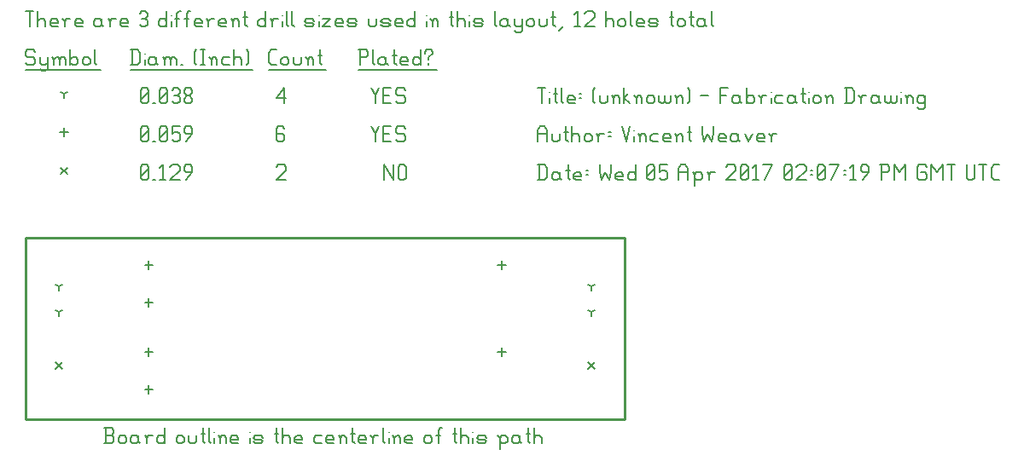
<source format=gbr>
G04 start of page 11 for group -3984 idx -3984 *
G04 Title: (unknown), fab *
G04 Creator: pcb 20140316 *
G04 CreationDate: Wed 05 Apr 2017 02:07:19 PM GMT UTC *
G04 For: vince *
G04 Format: Gerber/RS-274X *
G04 PCB-Dimensions (mil): 2340.00 710.00 *
G04 PCB-Coordinate-Origin: lower left *
%MOIN*%
%FSLAX25Y25*%
%LNFAB*%
%ADD41C,0.0100*%
%ADD40C,0.0075*%
%ADD39C,0.0060*%
%ADD38C,0.0080*%
G54D38*X11800Y22200D02*X14200Y19800D01*
X11800D02*X14200Y22200D01*
X219800D02*X222200Y19800D01*
X219800D02*X222200Y22200D01*
X13800Y98450D02*X16200Y96050D01*
X13800D02*X16200Y98450D01*
G54D39*X140000Y99500D02*Y93500D01*
Y99500D02*X143750Y93500D01*
Y99500D02*Y93500D01*
X145550Y98750D02*Y94250D01*
Y98750D02*X146300Y99500D01*
X147800D01*
X148550Y98750D01*
Y94250D01*
X147800Y93500D02*X148550Y94250D01*
X146300Y93500D02*X147800D01*
X145550Y94250D02*X146300Y93500D01*
X98000Y98750D02*X98750Y99500D01*
X101000D01*
X101750Y98750D01*
Y97250D01*
X98000Y93500D02*X101750Y97250D01*
X98000Y93500D02*X101750D01*
X45000Y94250D02*X45750Y93500D01*
X45000Y98750D02*Y94250D01*
Y98750D02*X45750Y99500D01*
X47250D01*
X48000Y98750D01*
Y94250D01*
X47250Y93500D02*X48000Y94250D01*
X45750Y93500D02*X47250D01*
X45000Y95000D02*X48000Y98000D01*
X49800Y93500D02*X50550D01*
X52350Y98300D02*X53550Y99500D01*
Y93500D01*
X52350D02*X54600D01*
X56400Y98750D02*X57150Y99500D01*
X59400D01*
X60150Y98750D01*
Y97250D01*
X56400Y93500D02*X60150Y97250D01*
X56400Y93500D02*X60150D01*
X62700D02*X64950Y96500D01*
Y98750D02*Y96500D01*
X64200Y99500D02*X64950Y98750D01*
X62700Y99500D02*X64200D01*
X61950Y98750D02*X62700Y99500D01*
X61950Y98750D02*Y97250D01*
X62700Y96500D01*
X64950D01*
X48102Y47218D02*Y44018D01*
X46502Y45618D02*X49702D01*
X48102Y61982D02*Y58782D01*
X46502Y60382D02*X49702D01*
X185898Y61982D02*Y58782D01*
X184298Y60382D02*X187498D01*
X48102Y13218D02*Y10018D01*
X46502Y11618D02*X49702D01*
X48102Y27982D02*Y24782D01*
X46502Y26382D02*X49702D01*
X185898Y27982D02*Y24782D01*
X184298Y26382D02*X187498D01*
X15000Y113850D02*Y110650D01*
X13400Y112250D02*X16600D01*
X135000Y114500D02*X136500Y111500D01*
X138000Y114500D01*
X136500Y111500D02*Y108500D01*
X139800Y111800D02*X142050D01*
X139800Y108500D02*X142800D01*
X139800Y114500D02*Y108500D01*
Y114500D02*X142800D01*
X147600D02*X148350Y113750D01*
X145350Y114500D02*X147600D01*
X144600Y113750D02*X145350Y114500D01*
X144600Y113750D02*Y112250D01*
X145350Y111500D01*
X147600D01*
X148350Y110750D01*
Y109250D01*
X147600Y108500D02*X148350Y109250D01*
X145350Y108500D02*X147600D01*
X144600Y109250D02*X145350Y108500D01*
X100250Y114500D02*X101000Y113750D01*
X98750Y114500D02*X100250D01*
X98000Y113750D02*X98750Y114500D01*
X98000Y113750D02*Y109250D01*
X98750Y108500D01*
X100250Y111800D02*X101000Y111050D01*
X98000Y111800D02*X100250D01*
X98750Y108500D02*X100250D01*
X101000Y109250D01*
Y111050D02*Y109250D01*
X45000D02*X45750Y108500D01*
X45000Y113750D02*Y109250D01*
Y113750D02*X45750Y114500D01*
X47250D01*
X48000Y113750D01*
Y109250D01*
X47250Y108500D02*X48000Y109250D01*
X45750Y108500D02*X47250D01*
X45000Y110000D02*X48000Y113000D01*
X49800Y108500D02*X50550D01*
X52350Y109250D02*X53100Y108500D01*
X52350Y113750D02*Y109250D01*
Y113750D02*X53100Y114500D01*
X54600D01*
X55350Y113750D01*
Y109250D01*
X54600Y108500D02*X55350Y109250D01*
X53100Y108500D02*X54600D01*
X52350Y110000D02*X55350Y113000D01*
X57150Y114500D02*X60150D01*
X57150D02*Y111500D01*
X57900Y112250D01*
X59400D01*
X60150Y111500D01*
Y109250D01*
X59400Y108500D02*X60150Y109250D01*
X57900Y108500D02*X59400D01*
X57150Y109250D02*X57900Y108500D01*
X62700D02*X64950Y111500D01*
Y113750D02*Y111500D01*
X64200Y114500D02*X64950Y113750D01*
X62700Y114500D02*X64200D01*
X61950Y113750D02*X62700Y114500D01*
X61950Y113750D02*Y112250D01*
X62700Y111500D01*
X64950D01*
X13000Y52000D02*Y50400D01*
Y52000D02*X14387Y52800D01*
X13000Y52000D02*X11613Y52800D01*
X13000Y42000D02*Y40400D01*
Y42000D02*X14387Y42800D01*
X13000Y42000D02*X11613Y42800D01*
X221000Y52000D02*Y50400D01*
Y52000D02*X222387Y52800D01*
X221000Y52000D02*X219613Y52800D01*
X221000Y42000D02*Y40400D01*
Y42000D02*X222387Y42800D01*
X221000Y42000D02*X219613Y42800D01*
X15000Y127250D02*Y125650D01*
Y127250D02*X16387Y128050D01*
X15000Y127250D02*X13613Y128050D01*
X135000Y129500D02*X136500Y126500D01*
X138000Y129500D01*
X136500Y126500D02*Y123500D01*
X139800Y126800D02*X142050D01*
X139800Y123500D02*X142800D01*
X139800Y129500D02*Y123500D01*
Y129500D02*X142800D01*
X147600D02*X148350Y128750D01*
X145350Y129500D02*X147600D01*
X144600Y128750D02*X145350Y129500D01*
X144600Y128750D02*Y127250D01*
X145350Y126500D01*
X147600D01*
X148350Y125750D01*
Y124250D01*
X147600Y123500D02*X148350Y124250D01*
X145350Y123500D02*X147600D01*
X144600Y124250D02*X145350Y123500D01*
X98000Y125750D02*X101000Y129500D01*
X98000Y125750D02*X101750D01*
X101000Y129500D02*Y123500D01*
X45000Y124250D02*X45750Y123500D01*
X45000Y128750D02*Y124250D01*
Y128750D02*X45750Y129500D01*
X47250D01*
X48000Y128750D01*
Y124250D01*
X47250Y123500D02*X48000Y124250D01*
X45750Y123500D02*X47250D01*
X45000Y125000D02*X48000Y128000D01*
X49800Y123500D02*X50550D01*
X52350Y124250D02*X53100Y123500D01*
X52350Y128750D02*Y124250D01*
Y128750D02*X53100Y129500D01*
X54600D01*
X55350Y128750D01*
Y124250D01*
X54600Y123500D02*X55350Y124250D01*
X53100Y123500D02*X54600D01*
X52350Y125000D02*X55350Y128000D01*
X57150Y128750D02*X57900Y129500D01*
X59400D01*
X60150Y128750D01*
X59400Y123500D02*X60150Y124250D01*
X57900Y123500D02*X59400D01*
X57150Y124250D02*X57900Y123500D01*
Y126800D02*X59400D01*
X60150Y128750D02*Y127550D01*
Y126050D02*Y124250D01*
Y126050D02*X59400Y126800D01*
X60150Y127550D02*X59400Y126800D01*
X61950Y124250D02*X62700Y123500D01*
X61950Y125450D02*Y124250D01*
Y125450D02*X63000Y126500D01*
X63900D01*
X64950Y125450D01*
Y124250D01*
X64200Y123500D02*X64950Y124250D01*
X62700Y123500D02*X64200D01*
X61950Y127550D02*X63000Y126500D01*
X61950Y128750D02*Y127550D01*
Y128750D02*X62700Y129500D01*
X64200D01*
X64950Y128750D01*
Y127550D01*
X63900Y126500D02*X64950Y127550D01*
X3000Y144500D02*X3750Y143750D01*
X750Y144500D02*X3000D01*
X0Y143750D02*X750Y144500D01*
X0Y143750D02*Y142250D01*
X750Y141500D01*
X3000D01*
X3750Y140750D01*
Y139250D01*
X3000Y138500D02*X3750Y139250D01*
X750Y138500D02*X3000D01*
X0Y139250D02*X750Y138500D01*
X5550Y141500D02*Y139250D01*
X6300Y138500D01*
X8550Y141500D02*Y137000D01*
X7800Y136250D02*X8550Y137000D01*
X6300Y136250D02*X7800D01*
X5550Y137000D02*X6300Y136250D01*
Y138500D02*X7800D01*
X8550Y139250D01*
X11100Y140750D02*Y138500D01*
Y140750D02*X11850Y141500D01*
X12600D01*
X13350Y140750D01*
Y138500D01*
Y140750D02*X14100Y141500D01*
X14850D01*
X15600Y140750D01*
Y138500D01*
X10350Y141500D02*X11100Y140750D01*
X17400Y144500D02*Y138500D01*
Y139250D02*X18150Y138500D01*
X19650D01*
X20400Y139250D01*
Y140750D02*Y139250D01*
X19650Y141500D02*X20400Y140750D01*
X18150Y141500D02*X19650D01*
X17400Y140750D02*X18150Y141500D01*
X22200Y140750D02*Y139250D01*
Y140750D02*X22950Y141500D01*
X24450D01*
X25200Y140750D01*
Y139250D01*
X24450Y138500D02*X25200Y139250D01*
X22950Y138500D02*X24450D01*
X22200Y139250D02*X22950Y138500D01*
X27000Y144500D02*Y139250D01*
X27750Y138500D01*
X0Y136750D02*X29250D01*
X41750Y144500D02*Y138500D01*
X43700Y144500D02*X44750Y143450D01*
Y139550D01*
X43700Y138500D02*X44750Y139550D01*
X41000Y138500D02*X43700D01*
X41000Y144500D02*X43700D01*
G54D40*X46550Y143000D02*Y142850D01*
G54D39*Y140750D02*Y138500D01*
X50300Y141500D02*X51050Y140750D01*
X48800Y141500D02*X50300D01*
X48050Y140750D02*X48800Y141500D01*
X48050Y140750D02*Y139250D01*
X48800Y138500D01*
X51050Y141500D02*Y139250D01*
X51800Y138500D01*
X48800D02*X50300D01*
X51050Y139250D01*
X54350Y140750D02*Y138500D01*
Y140750D02*X55100Y141500D01*
X55850D01*
X56600Y140750D01*
Y138500D01*
Y140750D02*X57350Y141500D01*
X58100D01*
X58850Y140750D01*
Y138500D01*
X53600Y141500D02*X54350Y140750D01*
X60650Y138500D02*X61400D01*
X65900Y139250D02*X66650Y138500D01*
X65900Y143750D02*X66650Y144500D01*
X65900Y143750D02*Y139250D01*
X68450Y144500D02*X69950D01*
X69200D02*Y138500D01*
X68450D02*X69950D01*
X72500Y140750D02*Y138500D01*
Y140750D02*X73250Y141500D01*
X74000D01*
X74750Y140750D01*
Y138500D01*
X71750Y141500D02*X72500Y140750D01*
X77300Y141500D02*X79550D01*
X76550Y140750D02*X77300Y141500D01*
X76550Y140750D02*Y139250D01*
X77300Y138500D01*
X79550D01*
X81350Y144500D02*Y138500D01*
Y140750D02*X82100Y141500D01*
X83600D01*
X84350Y140750D01*
Y138500D01*
X86150Y144500D02*X86900Y143750D01*
Y139250D01*
X86150Y138500D02*X86900Y139250D01*
X41000Y136750D02*X88700D01*
X96050Y138500D02*X98000D01*
X95000Y139550D02*X96050Y138500D01*
X95000Y143450D02*Y139550D01*
Y143450D02*X96050Y144500D01*
X98000D01*
X99800Y140750D02*Y139250D01*
Y140750D02*X100550Y141500D01*
X102050D01*
X102800Y140750D01*
Y139250D01*
X102050Y138500D02*X102800Y139250D01*
X100550Y138500D02*X102050D01*
X99800Y139250D02*X100550Y138500D01*
X104600Y141500D02*Y139250D01*
X105350Y138500D01*
X106850D01*
X107600Y139250D01*
Y141500D02*Y139250D01*
X110150Y140750D02*Y138500D01*
Y140750D02*X110900Y141500D01*
X111650D01*
X112400Y140750D01*
Y138500D01*
X109400Y141500D02*X110150Y140750D01*
X114950Y144500D02*Y139250D01*
X115700Y138500D01*
X114200Y142250D02*X115700D01*
X95000Y136750D02*X117200D01*
X130750Y144500D02*Y138500D01*
X130000Y144500D02*X133000D01*
X133750Y143750D01*
Y142250D01*
X133000Y141500D02*X133750Y142250D01*
X130750Y141500D02*X133000D01*
X135550Y144500D02*Y139250D01*
X136300Y138500D01*
X140050Y141500D02*X140800Y140750D01*
X138550Y141500D02*X140050D01*
X137800Y140750D02*X138550Y141500D01*
X137800Y140750D02*Y139250D01*
X138550Y138500D01*
X140800Y141500D02*Y139250D01*
X141550Y138500D01*
X138550D02*X140050D01*
X140800Y139250D01*
X144100Y144500D02*Y139250D01*
X144850Y138500D01*
X143350Y142250D02*X144850D01*
X147100Y138500D02*X149350D01*
X146350Y139250D02*X147100Y138500D01*
X146350Y140750D02*Y139250D01*
Y140750D02*X147100Y141500D01*
X148600D01*
X149350Y140750D01*
X146350Y140000D02*X149350D01*
Y140750D02*Y140000D01*
X154150Y144500D02*Y138500D01*
X153400D02*X154150Y139250D01*
X151900Y138500D02*X153400D01*
X151150Y139250D02*X151900Y138500D01*
X151150Y140750D02*Y139250D01*
Y140750D02*X151900Y141500D01*
X153400D01*
X154150Y140750D01*
X157450Y141500D02*Y140750D01*
Y139250D02*Y138500D01*
X155950Y143750D02*Y143000D01*
Y143750D02*X156700Y144500D01*
X158200D01*
X158950Y143750D01*
Y143000D01*
X157450Y141500D02*X158950Y143000D01*
X130000Y136750D02*X160750D01*
X0Y159500D02*X3000D01*
X1500D02*Y153500D01*
X4800Y159500D02*Y153500D01*
Y155750D02*X5550Y156500D01*
X7050D01*
X7800Y155750D01*
Y153500D01*
X10350D02*X12600D01*
X9600Y154250D02*X10350Y153500D01*
X9600Y155750D02*Y154250D01*
Y155750D02*X10350Y156500D01*
X11850D01*
X12600Y155750D01*
X9600Y155000D02*X12600D01*
Y155750D02*Y155000D01*
X15150Y155750D02*Y153500D01*
Y155750D02*X15900Y156500D01*
X17400D01*
X14400D02*X15150Y155750D01*
X19950Y153500D02*X22200D01*
X19200Y154250D02*X19950Y153500D01*
X19200Y155750D02*Y154250D01*
Y155750D02*X19950Y156500D01*
X21450D01*
X22200Y155750D01*
X19200Y155000D02*X22200D01*
Y155750D02*Y155000D01*
X28950Y156500D02*X29700Y155750D01*
X27450Y156500D02*X28950D01*
X26700Y155750D02*X27450Y156500D01*
X26700Y155750D02*Y154250D01*
X27450Y153500D01*
X29700Y156500D02*Y154250D01*
X30450Y153500D01*
X27450D02*X28950D01*
X29700Y154250D01*
X33000Y155750D02*Y153500D01*
Y155750D02*X33750Y156500D01*
X35250D01*
X32250D02*X33000Y155750D01*
X37800Y153500D02*X40050D01*
X37050Y154250D02*X37800Y153500D01*
X37050Y155750D02*Y154250D01*
Y155750D02*X37800Y156500D01*
X39300D01*
X40050Y155750D01*
X37050Y155000D02*X40050D01*
Y155750D02*Y155000D01*
X44550Y158750D02*X45300Y159500D01*
X46800D01*
X47550Y158750D01*
X46800Y153500D02*X47550Y154250D01*
X45300Y153500D02*X46800D01*
X44550Y154250D02*X45300Y153500D01*
Y156800D02*X46800D01*
X47550Y158750D02*Y157550D01*
Y156050D02*Y154250D01*
Y156050D02*X46800Y156800D01*
X47550Y157550D02*X46800Y156800D01*
X55050Y159500D02*Y153500D01*
X54300D02*X55050Y154250D01*
X52800Y153500D02*X54300D01*
X52050Y154250D02*X52800Y153500D01*
X52050Y155750D02*Y154250D01*
Y155750D02*X52800Y156500D01*
X54300D01*
X55050Y155750D01*
G54D40*X56850Y158000D02*Y157850D01*
G54D39*Y155750D02*Y153500D01*
X59100Y158750D02*Y153500D01*
Y158750D02*X59850Y159500D01*
X60600D01*
X58350Y156500D02*X59850D01*
X62850Y158750D02*Y153500D01*
Y158750D02*X63600Y159500D01*
X64350D01*
X62100Y156500D02*X63600D01*
X66600Y153500D02*X68850D01*
X65850Y154250D02*X66600Y153500D01*
X65850Y155750D02*Y154250D01*
Y155750D02*X66600Y156500D01*
X68100D01*
X68850Y155750D01*
X65850Y155000D02*X68850D01*
Y155750D02*Y155000D01*
X71400Y155750D02*Y153500D01*
Y155750D02*X72150Y156500D01*
X73650D01*
X70650D02*X71400Y155750D01*
X76200Y153500D02*X78450D01*
X75450Y154250D02*X76200Y153500D01*
X75450Y155750D02*Y154250D01*
Y155750D02*X76200Y156500D01*
X77700D01*
X78450Y155750D01*
X75450Y155000D02*X78450D01*
Y155750D02*Y155000D01*
X81000Y155750D02*Y153500D01*
Y155750D02*X81750Y156500D01*
X82500D01*
X83250Y155750D01*
Y153500D01*
X80250Y156500D02*X81000Y155750D01*
X85800Y159500D02*Y154250D01*
X86550Y153500D01*
X85050Y157250D02*X86550D01*
X93750Y159500D02*Y153500D01*
X93000D02*X93750Y154250D01*
X91500Y153500D02*X93000D01*
X90750Y154250D02*X91500Y153500D01*
X90750Y155750D02*Y154250D01*
Y155750D02*X91500Y156500D01*
X93000D01*
X93750Y155750D01*
X96300D02*Y153500D01*
Y155750D02*X97050Y156500D01*
X98550D01*
X95550D02*X96300Y155750D01*
G54D40*X100350Y158000D02*Y157850D01*
G54D39*Y155750D02*Y153500D01*
X101850Y159500D02*Y154250D01*
X102600Y153500D01*
X104100Y159500D02*Y154250D01*
X104850Y153500D01*
X109800D02*X112050D01*
X112800Y154250D01*
X112050Y155000D02*X112800Y154250D01*
X109800Y155000D02*X112050D01*
X109050Y155750D02*X109800Y155000D01*
X109050Y155750D02*X109800Y156500D01*
X112050D01*
X112800Y155750D01*
X109050Y154250D02*X109800Y153500D01*
G54D40*X114600Y158000D02*Y157850D01*
G54D39*Y155750D02*Y153500D01*
X116100Y156500D02*X119100D01*
X116100Y153500D02*X119100Y156500D01*
X116100Y153500D02*X119100D01*
X121650D02*X123900D01*
X120900Y154250D02*X121650Y153500D01*
X120900Y155750D02*Y154250D01*
Y155750D02*X121650Y156500D01*
X123150D01*
X123900Y155750D01*
X120900Y155000D02*X123900D01*
Y155750D02*Y155000D01*
X126450Y153500D02*X128700D01*
X129450Y154250D01*
X128700Y155000D02*X129450Y154250D01*
X126450Y155000D02*X128700D01*
X125700Y155750D02*X126450Y155000D01*
X125700Y155750D02*X126450Y156500D01*
X128700D01*
X129450Y155750D01*
X125700Y154250D02*X126450Y153500D01*
X133950Y156500D02*Y154250D01*
X134700Y153500D01*
X136200D01*
X136950Y154250D01*
Y156500D02*Y154250D01*
X139500Y153500D02*X141750D01*
X142500Y154250D01*
X141750Y155000D02*X142500Y154250D01*
X139500Y155000D02*X141750D01*
X138750Y155750D02*X139500Y155000D01*
X138750Y155750D02*X139500Y156500D01*
X141750D01*
X142500Y155750D01*
X138750Y154250D02*X139500Y153500D01*
X145050D02*X147300D01*
X144300Y154250D02*X145050Y153500D01*
X144300Y155750D02*Y154250D01*
Y155750D02*X145050Y156500D01*
X146550D01*
X147300Y155750D01*
X144300Y155000D02*X147300D01*
Y155750D02*Y155000D01*
X152100Y159500D02*Y153500D01*
X151350D02*X152100Y154250D01*
X149850Y153500D02*X151350D01*
X149100Y154250D02*X149850Y153500D01*
X149100Y155750D02*Y154250D01*
Y155750D02*X149850Y156500D01*
X151350D01*
X152100Y155750D01*
G54D40*X156600Y158000D02*Y157850D01*
G54D39*Y155750D02*Y153500D01*
X158850Y155750D02*Y153500D01*
Y155750D02*X159600Y156500D01*
X160350D01*
X161100Y155750D01*
Y153500D01*
X158100Y156500D02*X158850Y155750D01*
X166350Y159500D02*Y154250D01*
X167100Y153500D01*
X165600Y157250D02*X167100D01*
X168600Y159500D02*Y153500D01*
Y155750D02*X169350Y156500D01*
X170850D01*
X171600Y155750D01*
Y153500D01*
G54D40*X173400Y158000D02*Y157850D01*
G54D39*Y155750D02*Y153500D01*
X175650D02*X177900D01*
X178650Y154250D01*
X177900Y155000D02*X178650Y154250D01*
X175650Y155000D02*X177900D01*
X174900Y155750D02*X175650Y155000D01*
X174900Y155750D02*X175650Y156500D01*
X177900D01*
X178650Y155750D01*
X174900Y154250D02*X175650Y153500D01*
X183150Y159500D02*Y154250D01*
X183900Y153500D01*
X187650Y156500D02*X188400Y155750D01*
X186150Y156500D02*X187650D01*
X185400Y155750D02*X186150Y156500D01*
X185400Y155750D02*Y154250D01*
X186150Y153500D01*
X188400Y156500D02*Y154250D01*
X189150Y153500D01*
X186150D02*X187650D01*
X188400Y154250D01*
X190950Y156500D02*Y154250D01*
X191700Y153500D01*
X193950Y156500D02*Y152000D01*
X193200Y151250D02*X193950Y152000D01*
X191700Y151250D02*X193200D01*
X190950Y152000D02*X191700Y151250D01*
Y153500D02*X193200D01*
X193950Y154250D01*
X195750Y155750D02*Y154250D01*
Y155750D02*X196500Y156500D01*
X198000D01*
X198750Y155750D01*
Y154250D01*
X198000Y153500D02*X198750Y154250D01*
X196500Y153500D02*X198000D01*
X195750Y154250D02*X196500Y153500D01*
X200550Y156500D02*Y154250D01*
X201300Y153500D01*
X202800D01*
X203550Y154250D01*
Y156500D02*Y154250D01*
X206100Y159500D02*Y154250D01*
X206850Y153500D01*
X205350Y157250D02*X206850D01*
X208350Y152000D02*X209850Y153500D01*
X214350Y158300D02*X215550Y159500D01*
Y153500D01*
X214350D02*X216600D01*
X218400Y158750D02*X219150Y159500D01*
X221400D01*
X222150Y158750D01*
Y157250D01*
X218400Y153500D02*X222150Y157250D01*
X218400Y153500D02*X222150D01*
X226650Y159500D02*Y153500D01*
Y155750D02*X227400Y156500D01*
X228900D01*
X229650Y155750D01*
Y153500D01*
X231450Y155750D02*Y154250D01*
Y155750D02*X232200Y156500D01*
X233700D01*
X234450Y155750D01*
Y154250D01*
X233700Y153500D02*X234450Y154250D01*
X232200Y153500D02*X233700D01*
X231450Y154250D02*X232200Y153500D01*
X236250Y159500D02*Y154250D01*
X237000Y153500D01*
X239250D02*X241500D01*
X238500Y154250D02*X239250Y153500D01*
X238500Y155750D02*Y154250D01*
Y155750D02*X239250Y156500D01*
X240750D01*
X241500Y155750D01*
X238500Y155000D02*X241500D01*
Y155750D02*Y155000D01*
X244050Y153500D02*X246300D01*
X247050Y154250D01*
X246300Y155000D02*X247050Y154250D01*
X244050Y155000D02*X246300D01*
X243300Y155750D02*X244050Y155000D01*
X243300Y155750D02*X244050Y156500D01*
X246300D01*
X247050Y155750D01*
X243300Y154250D02*X244050Y153500D01*
X252300Y159500D02*Y154250D01*
X253050Y153500D01*
X251550Y157250D02*X253050D01*
X254550Y155750D02*Y154250D01*
Y155750D02*X255300Y156500D01*
X256800D01*
X257550Y155750D01*
Y154250D01*
X256800Y153500D02*X257550Y154250D01*
X255300Y153500D02*X256800D01*
X254550Y154250D02*X255300Y153500D01*
X260100Y159500D02*Y154250D01*
X260850Y153500D01*
X259350Y157250D02*X260850D01*
X264600Y156500D02*X265350Y155750D01*
X263100Y156500D02*X264600D01*
X262350Y155750D02*X263100Y156500D01*
X262350Y155750D02*Y154250D01*
X263100Y153500D01*
X265350Y156500D02*Y154250D01*
X266100Y153500D01*
X263100D02*X264600D01*
X265350Y154250D01*
X267900Y159500D02*Y154250D01*
X268650Y153500D01*
G54D41*X0Y0D02*X234000D01*
Y71000D01*
X0D01*
Y0D01*
G54D39*X30675Y-9500D02*X33675D01*
X34425Y-8750D01*
Y-6950D02*Y-8750D01*
X33675Y-6200D02*X34425Y-6950D01*
X31425Y-6200D02*X33675D01*
X31425Y-3500D02*Y-9500D01*
X30675Y-3500D02*X33675D01*
X34425Y-4250D01*
Y-5450D01*
X33675Y-6200D02*X34425Y-5450D01*
X36225Y-7250D02*Y-8750D01*
Y-7250D02*X36975Y-6500D01*
X38475D01*
X39225Y-7250D01*
Y-8750D01*
X38475Y-9500D02*X39225Y-8750D01*
X36975Y-9500D02*X38475D01*
X36225Y-8750D02*X36975Y-9500D01*
X43275Y-6500D02*X44025Y-7250D01*
X41775Y-6500D02*X43275D01*
X41025Y-7250D02*X41775Y-6500D01*
X41025Y-7250D02*Y-8750D01*
X41775Y-9500D01*
X44025Y-6500D02*Y-8750D01*
X44775Y-9500D01*
X41775D02*X43275D01*
X44025Y-8750D01*
X47325Y-7250D02*Y-9500D01*
Y-7250D02*X48075Y-6500D01*
X49575D01*
X46575D02*X47325Y-7250D01*
X54375Y-3500D02*Y-9500D01*
X53625D02*X54375Y-8750D01*
X52125Y-9500D02*X53625D01*
X51375Y-8750D02*X52125Y-9500D01*
X51375Y-7250D02*Y-8750D01*
Y-7250D02*X52125Y-6500D01*
X53625D01*
X54375Y-7250D01*
X58875D02*Y-8750D01*
Y-7250D02*X59625Y-6500D01*
X61125D01*
X61875Y-7250D01*
Y-8750D01*
X61125Y-9500D02*X61875Y-8750D01*
X59625Y-9500D02*X61125D01*
X58875Y-8750D02*X59625Y-9500D01*
X63675Y-6500D02*Y-8750D01*
X64425Y-9500D01*
X65925D01*
X66675Y-8750D01*
Y-6500D02*Y-8750D01*
X69225Y-3500D02*Y-8750D01*
X69975Y-9500D01*
X68475Y-5750D02*X69975D01*
X71475Y-3500D02*Y-8750D01*
X72225Y-9500D01*
G54D40*X73725Y-5000D02*Y-5150D01*
G54D39*Y-7250D02*Y-9500D01*
X75975Y-7250D02*Y-9500D01*
Y-7250D02*X76725Y-6500D01*
X77475D01*
X78225Y-7250D01*
Y-9500D01*
X75225Y-6500D02*X75975Y-7250D01*
X80775Y-9500D02*X83025D01*
X80025Y-8750D02*X80775Y-9500D01*
X80025Y-7250D02*Y-8750D01*
Y-7250D02*X80775Y-6500D01*
X82275D01*
X83025Y-7250D01*
X80025Y-8000D02*X83025D01*
Y-7250D02*Y-8000D01*
G54D40*X87525Y-5000D02*Y-5150D01*
G54D39*Y-7250D02*Y-9500D01*
X89775D02*X92025D01*
X92775Y-8750D01*
X92025Y-8000D02*X92775Y-8750D01*
X89775Y-8000D02*X92025D01*
X89025Y-7250D02*X89775Y-8000D01*
X89025Y-7250D02*X89775Y-6500D01*
X92025D01*
X92775Y-7250D01*
X89025Y-8750D02*X89775Y-9500D01*
X98025Y-3500D02*Y-8750D01*
X98775Y-9500D01*
X97275Y-5750D02*X98775D01*
X100275Y-3500D02*Y-9500D01*
Y-7250D02*X101025Y-6500D01*
X102525D01*
X103275Y-7250D01*
Y-9500D01*
X105825D02*X108075D01*
X105075Y-8750D02*X105825Y-9500D01*
X105075Y-7250D02*Y-8750D01*
Y-7250D02*X105825Y-6500D01*
X107325D01*
X108075Y-7250D01*
X105075Y-8000D02*X108075D01*
Y-7250D02*Y-8000D01*
X113325Y-6500D02*X115575D01*
X112575Y-7250D02*X113325Y-6500D01*
X112575Y-7250D02*Y-8750D01*
X113325Y-9500D01*
X115575D01*
X118125D02*X120375D01*
X117375Y-8750D02*X118125Y-9500D01*
X117375Y-7250D02*Y-8750D01*
Y-7250D02*X118125Y-6500D01*
X119625D01*
X120375Y-7250D01*
X117375Y-8000D02*X120375D01*
Y-7250D02*Y-8000D01*
X122925Y-7250D02*Y-9500D01*
Y-7250D02*X123675Y-6500D01*
X124425D01*
X125175Y-7250D01*
Y-9500D01*
X122175Y-6500D02*X122925Y-7250D01*
X127725Y-3500D02*Y-8750D01*
X128475Y-9500D01*
X126975Y-5750D02*X128475D01*
X130725Y-9500D02*X132975D01*
X129975Y-8750D02*X130725Y-9500D01*
X129975Y-7250D02*Y-8750D01*
Y-7250D02*X130725Y-6500D01*
X132225D01*
X132975Y-7250D01*
X129975Y-8000D02*X132975D01*
Y-7250D02*Y-8000D01*
X135525Y-7250D02*Y-9500D01*
Y-7250D02*X136275Y-6500D01*
X137775D01*
X134775D02*X135525Y-7250D01*
X139575Y-3500D02*Y-8750D01*
X140325Y-9500D01*
G54D40*X141825Y-5000D02*Y-5150D01*
G54D39*Y-7250D02*Y-9500D01*
X144075Y-7250D02*Y-9500D01*
Y-7250D02*X144825Y-6500D01*
X145575D01*
X146325Y-7250D01*
Y-9500D01*
X143325Y-6500D02*X144075Y-7250D01*
X148875Y-9500D02*X151125D01*
X148125Y-8750D02*X148875Y-9500D01*
X148125Y-7250D02*Y-8750D01*
Y-7250D02*X148875Y-6500D01*
X150375D01*
X151125Y-7250D01*
X148125Y-8000D02*X151125D01*
Y-7250D02*Y-8000D01*
X155625Y-7250D02*Y-8750D01*
Y-7250D02*X156375Y-6500D01*
X157875D01*
X158625Y-7250D01*
Y-8750D01*
X157875Y-9500D02*X158625Y-8750D01*
X156375Y-9500D02*X157875D01*
X155625Y-8750D02*X156375Y-9500D01*
X161175Y-4250D02*Y-9500D01*
Y-4250D02*X161925Y-3500D01*
X162675D01*
X160425Y-6500D02*X161925D01*
X167625Y-3500D02*Y-8750D01*
X168375Y-9500D01*
X166875Y-5750D02*X168375D01*
X169875Y-3500D02*Y-9500D01*
Y-7250D02*X170625Y-6500D01*
X172125D01*
X172875Y-7250D01*
Y-9500D01*
G54D40*X174675Y-5000D02*Y-5150D01*
G54D39*Y-7250D02*Y-9500D01*
X176925D02*X179175D01*
X179925Y-8750D01*
X179175Y-8000D02*X179925Y-8750D01*
X176925Y-8000D02*X179175D01*
X176175Y-7250D02*X176925Y-8000D01*
X176175Y-7250D02*X176925Y-6500D01*
X179175D01*
X179925Y-7250D01*
X176175Y-8750D02*X176925Y-9500D01*
X185175Y-7250D02*Y-11750D01*
X184425Y-6500D02*X185175Y-7250D01*
X185925Y-6500D01*
X187425D01*
X188175Y-7250D01*
Y-8750D01*
X187425Y-9500D02*X188175Y-8750D01*
X185925Y-9500D02*X187425D01*
X185175Y-8750D02*X185925Y-9500D01*
X192225Y-6500D02*X192975Y-7250D01*
X190725Y-6500D02*X192225D01*
X189975Y-7250D02*X190725Y-6500D01*
X189975Y-7250D02*Y-8750D01*
X190725Y-9500D01*
X192975Y-6500D02*Y-8750D01*
X193725Y-9500D01*
X190725D02*X192225D01*
X192975Y-8750D01*
X196275Y-3500D02*Y-8750D01*
X197025Y-9500D01*
X195525Y-5750D02*X197025D01*
X198525Y-3500D02*Y-9500D01*
Y-7250D02*X199275Y-6500D01*
X200775D01*
X201525Y-7250D01*
Y-9500D01*
X200750Y99500D02*Y93500D01*
X202700Y99500D02*X203750Y98450D01*
Y94550D01*
X202700Y93500D02*X203750Y94550D01*
X200000Y93500D02*X202700D01*
X200000Y99500D02*X202700D01*
X207800Y96500D02*X208550Y95750D01*
X206300Y96500D02*X207800D01*
X205550Y95750D02*X206300Y96500D01*
X205550Y95750D02*Y94250D01*
X206300Y93500D01*
X208550Y96500D02*Y94250D01*
X209300Y93500D01*
X206300D02*X207800D01*
X208550Y94250D01*
X211850Y99500D02*Y94250D01*
X212600Y93500D01*
X211100Y97250D02*X212600D01*
X214850Y93500D02*X217100D01*
X214100Y94250D02*X214850Y93500D01*
X214100Y95750D02*Y94250D01*
Y95750D02*X214850Y96500D01*
X216350D01*
X217100Y95750D01*
X214100Y95000D02*X217100D01*
Y95750D02*Y95000D01*
X218900Y97250D02*X219650D01*
X218900Y95750D02*X219650D01*
X224150Y99500D02*Y96500D01*
X224900Y93500D01*
X226400Y96500D01*
X227900Y93500D01*
X228650Y96500D01*
Y99500D02*Y96500D01*
X231200Y93500D02*X233450D01*
X230450Y94250D02*X231200Y93500D01*
X230450Y95750D02*Y94250D01*
Y95750D02*X231200Y96500D01*
X232700D01*
X233450Y95750D01*
X230450Y95000D02*X233450D01*
Y95750D02*Y95000D01*
X238250Y99500D02*Y93500D01*
X237500D02*X238250Y94250D01*
X236000Y93500D02*X237500D01*
X235250Y94250D02*X236000Y93500D01*
X235250Y95750D02*Y94250D01*
Y95750D02*X236000Y96500D01*
X237500D01*
X238250Y95750D01*
X242750Y94250D02*X243500Y93500D01*
X242750Y98750D02*Y94250D01*
Y98750D02*X243500Y99500D01*
X245000D01*
X245750Y98750D01*
Y94250D01*
X245000Y93500D02*X245750Y94250D01*
X243500Y93500D02*X245000D01*
X242750Y95000D02*X245750Y98000D01*
X247550Y99500D02*X250550D01*
X247550D02*Y96500D01*
X248300Y97250D01*
X249800D01*
X250550Y96500D01*
Y94250D01*
X249800Y93500D02*X250550Y94250D01*
X248300Y93500D02*X249800D01*
X247550Y94250D02*X248300Y93500D01*
X255050Y98000D02*Y93500D01*
Y98000D02*X256100Y99500D01*
X257750D01*
X258800Y98000D01*
Y93500D01*
X255050Y96500D02*X258800D01*
X261350Y95750D02*Y91250D01*
X260600Y96500D02*X261350Y95750D01*
X262100Y96500D01*
X263600D01*
X264350Y95750D01*
Y94250D01*
X263600Y93500D02*X264350Y94250D01*
X262100Y93500D02*X263600D01*
X261350Y94250D02*X262100Y93500D01*
X266900Y95750D02*Y93500D01*
Y95750D02*X267650Y96500D01*
X269150D01*
X266150D02*X266900Y95750D01*
X273650Y98750D02*X274400Y99500D01*
X276650D01*
X277400Y98750D01*
Y97250D01*
X273650Y93500D02*X277400Y97250D01*
X273650Y93500D02*X277400D01*
X279200Y94250D02*X279950Y93500D01*
X279200Y98750D02*Y94250D01*
Y98750D02*X279950Y99500D01*
X281450D01*
X282200Y98750D01*
Y94250D01*
X281450Y93500D02*X282200Y94250D01*
X279950Y93500D02*X281450D01*
X279200Y95000D02*X282200Y98000D01*
X284000Y98300D02*X285200Y99500D01*
Y93500D01*
X284000D02*X286250D01*
X288800D02*X291800Y99500D01*
X288050D02*X291800D01*
X296300Y94250D02*X297050Y93500D01*
X296300Y98750D02*Y94250D01*
Y98750D02*X297050Y99500D01*
X298550D01*
X299300Y98750D01*
Y94250D01*
X298550Y93500D02*X299300Y94250D01*
X297050Y93500D02*X298550D01*
X296300Y95000D02*X299300Y98000D01*
X301100Y98750D02*X301850Y99500D01*
X304100D01*
X304850Y98750D01*
Y97250D01*
X301100Y93500D02*X304850Y97250D01*
X301100Y93500D02*X304850D01*
X306650Y97250D02*X307400D01*
X306650Y95750D02*X307400D01*
X309200Y94250D02*X309950Y93500D01*
X309200Y98750D02*Y94250D01*
Y98750D02*X309950Y99500D01*
X311450D01*
X312200Y98750D01*
Y94250D01*
X311450Y93500D02*X312200Y94250D01*
X309950Y93500D02*X311450D01*
X309200Y95000D02*X312200Y98000D01*
X314750Y93500D02*X317750Y99500D01*
X314000D02*X317750D01*
X319550Y97250D02*X320300D01*
X319550Y95750D02*X320300D01*
X322100Y98300D02*X323300Y99500D01*
Y93500D01*
X322100D02*X324350D01*
X326900D02*X329150Y96500D01*
Y98750D02*Y96500D01*
X328400Y99500D02*X329150Y98750D01*
X326900Y99500D02*X328400D01*
X326150Y98750D02*X326900Y99500D01*
X326150Y98750D02*Y97250D01*
X326900Y96500D01*
X329150D01*
X334400Y99500D02*Y93500D01*
X333650Y99500D02*X336650D01*
X337400Y98750D01*
Y97250D01*
X336650Y96500D02*X337400Y97250D01*
X334400Y96500D02*X336650D01*
X339200Y99500D02*Y93500D01*
Y99500D02*X341450Y96500D01*
X343700Y99500D01*
Y93500D01*
X351200Y99500D02*X351950Y98750D01*
X348950Y99500D02*X351200D01*
X348200Y98750D02*X348950Y99500D01*
X348200Y98750D02*Y94250D01*
X348950Y93500D01*
X351200D01*
X351950Y94250D01*
Y95750D02*Y94250D01*
X351200Y96500D02*X351950Y95750D01*
X349700Y96500D02*X351200D01*
X353750Y99500D02*Y93500D01*
Y99500D02*X356000Y96500D01*
X358250Y99500D01*
Y93500D01*
X360050Y99500D02*X363050D01*
X361550D02*Y93500D01*
X367550Y99500D02*Y94250D01*
X368300Y93500D01*
X369800D01*
X370550Y94250D01*
Y99500D02*Y94250D01*
X372350Y99500D02*X375350D01*
X373850D02*Y93500D01*
X378200D02*X380150D01*
X377150Y94550D02*X378200Y93500D01*
X377150Y98450D02*Y94550D01*
Y98450D02*X378200Y99500D01*
X380150D01*
X200000Y113000D02*Y108500D01*
Y113000D02*X201050Y114500D01*
X202700D01*
X203750Y113000D01*
Y108500D01*
X200000Y111500D02*X203750D01*
X205550D02*Y109250D01*
X206300Y108500D01*
X207800D01*
X208550Y109250D01*
Y111500D02*Y109250D01*
X211100Y114500D02*Y109250D01*
X211850Y108500D01*
X210350Y112250D02*X211850D01*
X213350Y114500D02*Y108500D01*
Y110750D02*X214100Y111500D01*
X215600D01*
X216350Y110750D01*
Y108500D01*
X218150Y110750D02*Y109250D01*
Y110750D02*X218900Y111500D01*
X220400D01*
X221150Y110750D01*
Y109250D01*
X220400Y108500D02*X221150Y109250D01*
X218900Y108500D02*X220400D01*
X218150Y109250D02*X218900Y108500D01*
X223700Y110750D02*Y108500D01*
Y110750D02*X224450Y111500D01*
X225950D01*
X222950D02*X223700Y110750D01*
X227750Y112250D02*X228500D01*
X227750Y110750D02*X228500D01*
X233000Y114500D02*X234500Y108500D01*
X236000Y114500D01*
G54D40*X237800Y113000D02*Y112850D01*
G54D39*Y110750D02*Y108500D01*
X240050Y110750D02*Y108500D01*
Y110750D02*X240800Y111500D01*
X241550D01*
X242300Y110750D01*
Y108500D01*
X239300Y111500D02*X240050Y110750D01*
X244850Y111500D02*X247100D01*
X244100Y110750D02*X244850Y111500D01*
X244100Y110750D02*Y109250D01*
X244850Y108500D01*
X247100D01*
X249650D02*X251900D01*
X248900Y109250D02*X249650Y108500D01*
X248900Y110750D02*Y109250D01*
Y110750D02*X249650Y111500D01*
X251150D01*
X251900Y110750D01*
X248900Y110000D02*X251900D01*
Y110750D02*Y110000D01*
X254450Y110750D02*Y108500D01*
Y110750D02*X255200Y111500D01*
X255950D01*
X256700Y110750D01*
Y108500D01*
X253700Y111500D02*X254450Y110750D01*
X259250Y114500D02*Y109250D01*
X260000Y108500D01*
X258500Y112250D02*X260000D01*
X264200Y114500D02*Y111500D01*
X264950Y108500D01*
X266450Y111500D01*
X267950Y108500D01*
X268700Y111500D01*
Y114500D02*Y111500D01*
X271250Y108500D02*X273500D01*
X270500Y109250D02*X271250Y108500D01*
X270500Y110750D02*Y109250D01*
Y110750D02*X271250Y111500D01*
X272750D01*
X273500Y110750D01*
X270500Y110000D02*X273500D01*
Y110750D02*Y110000D01*
X277550Y111500D02*X278300Y110750D01*
X276050Y111500D02*X277550D01*
X275300Y110750D02*X276050Y111500D01*
X275300Y110750D02*Y109250D01*
X276050Y108500D01*
X278300Y111500D02*Y109250D01*
X279050Y108500D01*
X276050D02*X277550D01*
X278300Y109250D01*
X280850Y111500D02*X282350Y108500D01*
X283850Y111500D02*X282350Y108500D01*
X286400D02*X288650D01*
X285650Y109250D02*X286400Y108500D01*
X285650Y110750D02*Y109250D01*
Y110750D02*X286400Y111500D01*
X287900D01*
X288650Y110750D01*
X285650Y110000D02*X288650D01*
Y110750D02*Y110000D01*
X291200Y110750D02*Y108500D01*
Y110750D02*X291950Y111500D01*
X293450D01*
X290450D02*X291200Y110750D01*
X200000Y129500D02*X203000D01*
X201500D02*Y123500D01*
G54D40*X204800Y128000D02*Y127850D01*
G54D39*Y125750D02*Y123500D01*
X207050Y129500D02*Y124250D01*
X207800Y123500D01*
X206300Y127250D02*X207800D01*
X209300Y129500D02*Y124250D01*
X210050Y123500D01*
X212300D02*X214550D01*
X211550Y124250D02*X212300Y123500D01*
X211550Y125750D02*Y124250D01*
Y125750D02*X212300Y126500D01*
X213800D01*
X214550Y125750D01*
X211550Y125000D02*X214550D01*
Y125750D02*Y125000D01*
X216350Y127250D02*X217100D01*
X216350Y125750D02*X217100D01*
X221600Y124250D02*X222350Y123500D01*
X221600Y128750D02*X222350Y129500D01*
X221600Y128750D02*Y124250D01*
X224150Y126500D02*Y124250D01*
X224900Y123500D01*
X226400D01*
X227150Y124250D01*
Y126500D02*Y124250D01*
X229700Y125750D02*Y123500D01*
Y125750D02*X230450Y126500D01*
X231200D01*
X231950Y125750D01*
Y123500D01*
X228950Y126500D02*X229700Y125750D01*
X233750Y129500D02*Y123500D01*
Y125750D02*X236000Y123500D01*
X233750Y125750D02*X235250Y127250D01*
X238550Y125750D02*Y123500D01*
Y125750D02*X239300Y126500D01*
X240050D01*
X240800Y125750D01*
Y123500D01*
X237800Y126500D02*X238550Y125750D01*
X242600D02*Y124250D01*
Y125750D02*X243350Y126500D01*
X244850D01*
X245600Y125750D01*
Y124250D01*
X244850Y123500D02*X245600Y124250D01*
X243350Y123500D02*X244850D01*
X242600Y124250D02*X243350Y123500D01*
X247400Y126500D02*Y124250D01*
X248150Y123500D01*
X248900D01*
X249650Y124250D01*
Y126500D02*Y124250D01*
X250400Y123500D01*
X251150D01*
X251900Y124250D01*
Y126500D02*Y124250D01*
X254450Y125750D02*Y123500D01*
Y125750D02*X255200Y126500D01*
X255950D01*
X256700Y125750D01*
Y123500D01*
X253700Y126500D02*X254450Y125750D01*
X258500Y129500D02*X259250Y128750D01*
Y124250D01*
X258500Y123500D02*X259250Y124250D01*
X263750Y126500D02*X266750D01*
X271250Y129500D02*Y123500D01*
Y129500D02*X274250D01*
X271250Y126800D02*X273500D01*
X278300Y126500D02*X279050Y125750D01*
X276800Y126500D02*X278300D01*
X276050Y125750D02*X276800Y126500D01*
X276050Y125750D02*Y124250D01*
X276800Y123500D01*
X279050Y126500D02*Y124250D01*
X279800Y123500D01*
X276800D02*X278300D01*
X279050Y124250D01*
X281600Y129500D02*Y123500D01*
Y124250D02*X282350Y123500D01*
X283850D01*
X284600Y124250D01*
Y125750D02*Y124250D01*
X283850Y126500D02*X284600Y125750D01*
X282350Y126500D02*X283850D01*
X281600Y125750D02*X282350Y126500D01*
X287150Y125750D02*Y123500D01*
Y125750D02*X287900Y126500D01*
X289400D01*
X286400D02*X287150Y125750D01*
G54D40*X291200Y128000D02*Y127850D01*
G54D39*Y125750D02*Y123500D01*
X293450Y126500D02*X295700D01*
X292700Y125750D02*X293450Y126500D01*
X292700Y125750D02*Y124250D01*
X293450Y123500D01*
X295700D01*
X299750Y126500D02*X300500Y125750D01*
X298250Y126500D02*X299750D01*
X297500Y125750D02*X298250Y126500D01*
X297500Y125750D02*Y124250D01*
X298250Y123500D01*
X300500Y126500D02*Y124250D01*
X301250Y123500D01*
X298250D02*X299750D01*
X300500Y124250D01*
X303800Y129500D02*Y124250D01*
X304550Y123500D01*
X303050Y127250D02*X304550D01*
G54D40*X306050Y128000D02*Y127850D01*
G54D39*Y125750D02*Y123500D01*
X307550Y125750D02*Y124250D01*
Y125750D02*X308300Y126500D01*
X309800D01*
X310550Y125750D01*
Y124250D01*
X309800Y123500D02*X310550Y124250D01*
X308300Y123500D02*X309800D01*
X307550Y124250D02*X308300Y123500D01*
X313100Y125750D02*Y123500D01*
Y125750D02*X313850Y126500D01*
X314600D01*
X315350Y125750D01*
Y123500D01*
X312350Y126500D02*X313100Y125750D01*
X320600Y129500D02*Y123500D01*
X322550Y129500D02*X323600Y128450D01*
Y124550D01*
X322550Y123500D02*X323600Y124550D01*
X319850Y123500D02*X322550D01*
X319850Y129500D02*X322550D01*
X326150Y125750D02*Y123500D01*
Y125750D02*X326900Y126500D01*
X328400D01*
X325400D02*X326150Y125750D01*
X332450Y126500D02*X333200Y125750D01*
X330950Y126500D02*X332450D01*
X330200Y125750D02*X330950Y126500D01*
X330200Y125750D02*Y124250D01*
X330950Y123500D01*
X333200Y126500D02*Y124250D01*
X333950Y123500D01*
X330950D02*X332450D01*
X333200Y124250D01*
X335750Y126500D02*Y124250D01*
X336500Y123500D01*
X337250D01*
X338000Y124250D01*
Y126500D02*Y124250D01*
X338750Y123500D01*
X339500D01*
X340250Y124250D01*
Y126500D02*Y124250D01*
G54D40*X342050Y128000D02*Y127850D01*
G54D39*Y125750D02*Y123500D01*
X344300Y125750D02*Y123500D01*
Y125750D02*X345050Y126500D01*
X345800D01*
X346550Y125750D01*
Y123500D01*
X343550Y126500D02*X344300Y125750D01*
X350600Y126500D02*X351350Y125750D01*
X349100Y126500D02*X350600D01*
X348350Y125750D02*X349100Y126500D01*
X348350Y125750D02*Y124250D01*
X349100Y123500D01*
X350600D01*
X351350Y124250D01*
X348350Y122000D02*X349100Y121250D01*
X350600D01*
X351350Y122000D01*
Y126500D02*Y122000D01*
M02*

</source>
